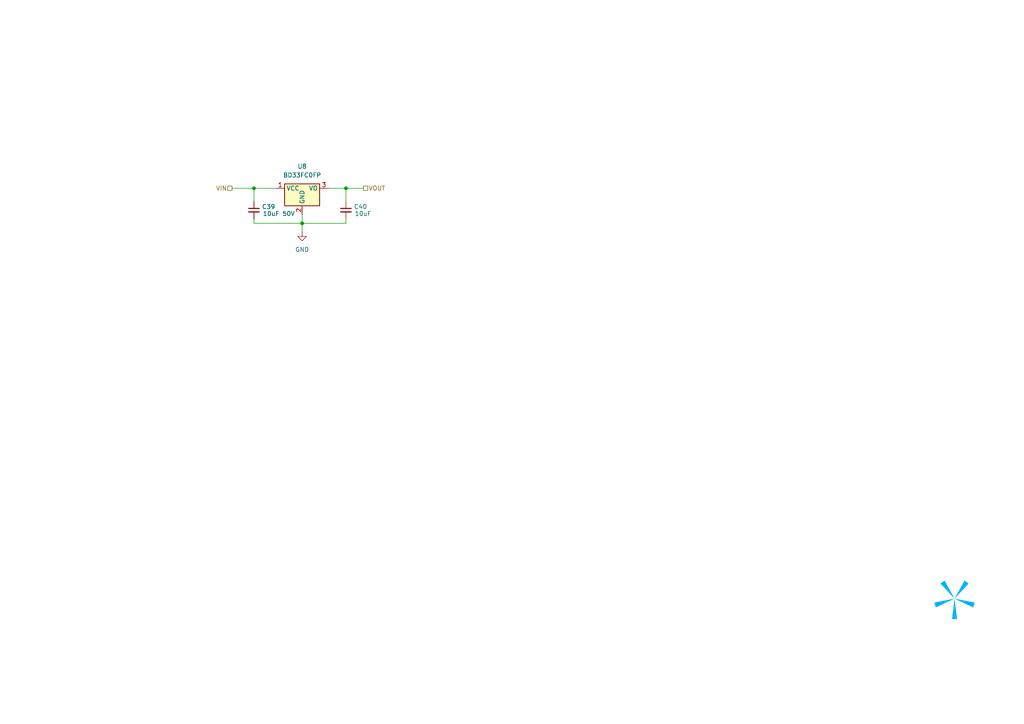
<source format=kicad_sch>
(kicad_sch (version 20231120) (generator "eeschema") (generator_version "8.0")
  (paper "A4")
  (title_block (title "CTRL-MINI-ED") (date "2024-12-11") (rev "1") (company "Spark Project") (comment 1 "Author: 夕月霞 (xyx)") (comment 2 "Electric Discharge Machining board for CTRL-MINI"))
  (lib_symbols
    (symbol "Device:C_Small" (pin_numbers hide) (pin_names (offset 0.254) hide)
      (property "Reference" "C" (at 0.254 1.778 0))
      (property "Value" "C_Small" (at 0.254 -2.032 0))
      (symbol "C_Small_0_1"
        (polyline (pts (xy -1.524 -0.508) (xy 1.524 -0.508)) (stroke (width 0.3302)))
        (polyline (pts (xy -1.524 0.508) (xy 1.524 0.508)) (stroke (width 0.3048)))
      )
      (symbol "C_Small_1_1"
        (pin passive line (at 0 2.54 270) (length 2.032) (name "~") (number "1"))
        (pin passive line (at 0 -2.54 90) (length 2.032) (name "~") (number "2"))
      )
    )
    (symbol "Regulator_Linear:BD33FC0FP"
      (property "Reference" "U" (at 0 7.62 0))
      (property "Value" "BD33FC0FP" (at 0 5.08 0))
      (symbol "BD33FC0FP_1_1"
        (rectangle (start -5.08 -5.08) (end 5.08 1.27) (stroke (width 0.254)) (fill (type background)))
        (pin power_in line (at -7.62 0 0) (length 2.54) (name "VCC") (number "1"))
        (pin power_in line (at 0 -7.62 90) (length 2.54) (name "GND") (number "2"))
        (pin power_out line (at 7.62 0 180) (length 2.54) (name "VO") (number "3"))
      )
    )
    (symbol "power:GND" (power) (pin_numbers hide) (pin_names (offset 0) hide)
      (property "Value" "GND" (at 0 -3.81 0))
      (symbol "GND_0_1"
        (polyline (pts (xy 0 0) (xy 0 -1.27) (xy 1.27 -1.27) (xy 0 -2.54) (xy -1.27 -1.27) (xy 0 -1.27)))
      )
      (symbol "GND_1_1"
        (pin power_in line (at 0 0 270) (length 0) (name "~") (number "1"))
      )
    )
  )
  (junction (at 73.66 54.61))
  (junction (at 100.33 54.61))
  (junction (at 87.63 64.77))
  (wire (pts (xy 73.66 54.61) (xy 73.66 58.42)))
  (wire (pts (xy 73.66 63.5) (xy 73.66 64.77)))
  (wire (pts (xy 87.63 62.23) (xy 87.63 64.77)))
  (wire (pts (xy 73.66 54.61) (xy 80.01 54.61)))
  (wire (pts (xy 100.33 63.5) (xy 100.33 64.77)))
  (wire (pts (xy 73.66 64.77) (xy 87.63 64.77)))
  (wire (pts (xy 95.25 54.61) (xy 100.33 54.61)))
  (wire (pts (xy 100.33 54.61) (xy 100.33 58.42)))
  (wire (pts (xy 67.31 54.61) (xy 73.66 54.61)))
  (wire (pts (xy 87.63 64.77) (xy 100.33 64.77)))
  (wire (pts (xy 87.63 64.77) (xy 87.63 67.31)))
  (wire (pts (xy 100.33 54.61) (xy 105.41 54.61)))
  (image (at 276.86 173.99) (scale 1.13867))
  (hierarchical_label "VIN" (shape passive) (at 67.31 54.61 180))
  (hierarchical_label "VOUT" (shape passive) (at 105.41 54.61 0))
  (symbol (lib_id "power:GND") (at 87.63 67.31 0) (unit 1) (exclude_from_sim yes)
    (property "Reference" "#PWR057" (effects (hide yes)))
    (property "Value" "GND" (at 87.63 72.39 0))
    (property "Description" "Power symbol creates a global label with name \"GND\" , ground" (effects (hide yes)))
  )
  (symbol (lib_id "Regulator_Linear:BD33FC0FP") (at 87.63 54.61 0) (unit 1)
    (property "Reference" "U8" (at 87.63 48.26 0))
    (property "Value" "BD33FC0FP" (at 87.63 50.8 0))
    (property "Footprint" "Package_TO_SOT_SMD:TO-252-2" (effects (hide yes)))
    (property "Datasheet" "https://fscdn.rohm.com/en/products/databook/datasheet/ic/power/linear_regulator/bdxxfc0wefj-e.pdf" (effects (hide yes)))
    (property "Description" "1A, 3.3V LDO regulator with OVP & TSP, without enable, TO-252" (effects (hide yes)))
    (property "LCSC" "C2846670" (effects (hide yes)))
  )
  (symbol (lib_id "Device:C_Small") (at 73.66 60.96 0) (unit 1)
    (property "Reference" "C39" (at 75.946 59.944 0) (effects (justify left)))
    (property "Value" "10uF 50V" (at 76.2 61.976 0) (effects (justify left)))
    (property "Footprint" "Capacitor_SMD:C_1206_3216Metric" (effects (hide yes)))
    (property "Description" "Unpolarized capacitor, small symbol" (effects (hide yes)))
    (property "LCSC" "C13585" (effects (hide yes)))
  )
  (symbol (lib_id "Device:C_Small") (at 100.33 60.96 0) (unit 1)
    (property "Reference" "C40" (at 102.616 59.944 0) (effects (justify left)))
    (property "Value" "10uF" (at 102.87 61.976 0) (effects (justify left)))
    (property "Footprint" "Capacitor_SMD:C_0603_1608Metric" (effects (hide yes)))
    (property "Description" "Unpolarized capacitor, small symbol" (effects (hide yes)))
    (property "LCSC" "C19702" (effects (hide yes)))
  )
)
</source>
